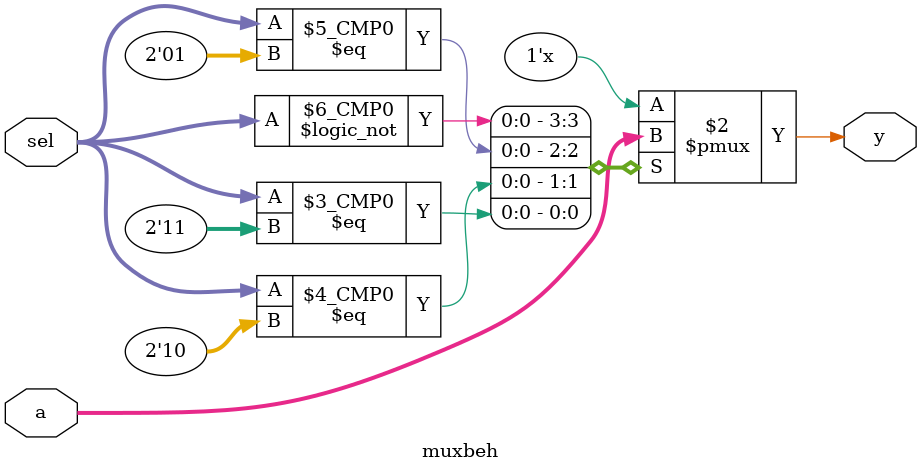
<source format=v>
module muxbeh(input [0:1]sel,
		input[0:3]a,
		output reg y);
always @(sel,a)
 begin 
  case(sel)
   2'b00 : y=a[0];
   2'b01 : y=a[1];
   2'b10 : y=a[2];
   2'b11 : y=a[3];
  endcase
 end 
endmodule

</source>
